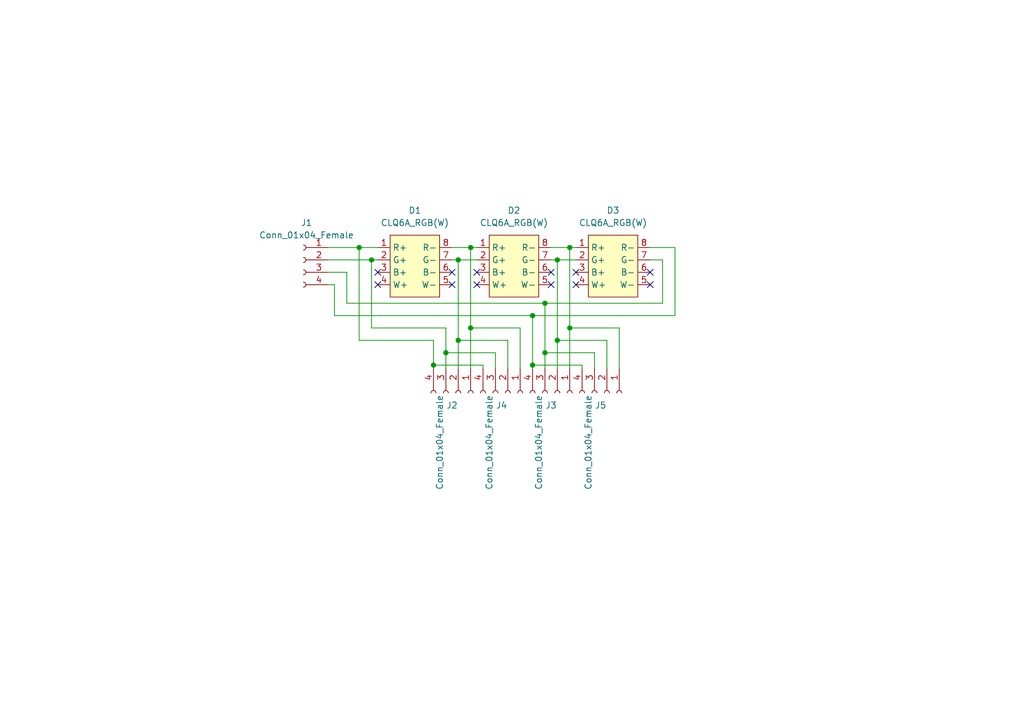
<source format=kicad_sch>
(kicad_sch (version 20250114) (generator "eeschema") (generator_version "9.0")
  (paper "A5")
  (title_block (title "TS Active Light") (date "2023-05-02") (rev "V1") (comment 1 "Karlsson Winkels"))
  (lib_symbols
    (symbol "Connector:Conn_01x04_Female" (pin_names (offset 1.016) (hide yes))
      (property "Reference" "J" (at 0 5.08 0))
      (property "Value" "Conn_01x04_Female" (at 0 -7.62 0))
      (symbol "Conn_01x04_Female_1_1"
        (polyline (pts (xy -1.27 2.54) (xy -0.508 2.54)) (stroke (width 0.1524)))
        (polyline (pts (xy -1.27 0) (xy -0.508 0)) (stroke (width 0.1524)))
        (polyline (pts (xy -1.27 -2.54) (xy -0.508 -2.54)) (stroke (width 0.1524)))
        (polyline (pts (xy -1.27 -5.08) (xy -0.508 -5.08)) (stroke (width 0.1524)))
        (arc (start 0 2.032) (mid -0.5058 2.54) (end 0 3.048) (stroke (width 0.1524)))
        (arc (start 0 -0.508) (mid -0.5058 0) (end 0 0.508) (stroke (width 0.1524)))
        (arc (start 0 -3.048) (mid -0.5058 -2.54) (end 0 -2.032) (stroke (width 0.1524)))
        (arc (start 0 -5.588) (mid -0.5058 -5.08) (end 0 -4.572) (stroke (width 0.1524)))
        (pin passive line (at -5.08 2.54 0) (length 3.81) (name "Pin_1") (number "1"))
        (pin passive line (at -5.08 0 0) (length 3.81) (name "Pin_2") (number "2"))
        (pin passive line (at -5.08 -2.54 0) (length 3.81) (name "Pin_3") (number "3"))
        (pin passive line (at -5.08 -5.08 0) (length 3.81) (name "Pin_4") (number "4"))
      )
    )
    (symbol "FaSTTUBe_LEDs:CLQ6A_RGB(W)"
      (property "Reference" "D?" (at 0 10.16 0))
      (property "Value" "CLQ6A_RGB(W)" (at 0 7.62 0))
      (symbol "CLQ6A_RGB(W)_0_1"
        (rectangle (start -5.08 6.35) (end 5.08 -6.35) (fill (type background)))
      )
      (symbol "CLQ6A_RGB(W)_1_1"
        (pin power_in line (at -7.62 3.81 0) (length 2.54) (name "R+") (number "1"))
        (pin power_in line (at -7.62 1.27 0) (length 2.54) (name "G+") (number "2"))
        (pin power_in line (at -7.62 -1.27 0) (length 2.54) (name "B+") (number "3"))
        (pin power_in line (at -7.62 -3.81 0) (length 2.54) (name "W+") (number "4"))
        (pin power_in line (at 7.62 3.81 180) (length 2.54) (name "R-") (number "8"))
        (pin power_in line (at 7.62 1.27 180) (length 2.54) (name "G-") (number "7"))
        (pin power_in line (at 7.62 -1.27 180) (length 2.54) (name "B-") (number "6"))
        (pin power_in line (at 7.62 -3.81 180) (length 2.54) (name "W-") (number "5"))
      )
    )
  )
  (junction (at 116.84 67.31))
  (junction (at 96.52 50.8))
  (junction (at 114.3 53.34))
  (junction (at 111.76 72.39))
  (junction (at 73.66 50.8))
  (junction (at 88.9 74.93))
  (junction (at 109.22 74.93))
  (junction (at 109.22 64.77))
  (junction (at 96.52 67.31))
  (junction (at 93.98 53.34))
  (junction (at 93.98 69.85))
  (junction (at 76.2 53.34))
  (junction (at 111.76 62.23))
  (junction (at 114.3 69.85))
  (junction (at 116.84 50.8))
  (junction (at 91.44 72.39))
  (no_connect (at 77.47 55.88))
  (no_connect (at 113.03 58.42))
  (no_connect (at 118.11 55.88))
  (no_connect (at 92.71 55.88))
  (no_connect (at 77.47 58.42))
  (no_connect (at 92.71 58.42))
  (no_connect (at 97.79 55.88))
  (no_connect (at 113.03 55.88))
  (no_connect (at 133.35 58.42))
  (no_connect (at 133.35 55.88))
  (no_connect (at 97.79 58.42))
  (no_connect (at 118.11 58.42))
  (wire (pts (xy 113.03 53.34) (xy 114.3 53.34)))
  (wire (pts (xy 127 75.565) (xy 127 67.31)))
  (wire (pts (xy 76.2 53.34) (xy 77.47 53.34)))
  (wire (pts (xy 133.35 53.34) (xy 135.89 53.34)))
  (wire (pts (xy 104.14 69.85) (xy 93.98 69.85)))
  (wire (pts (xy 68.58 58.42) (xy 67.31 58.42)))
  (wire (pts (xy 114.3 53.34) (xy 114.3 69.85)))
  (wire (pts (xy 119.38 75.565) (xy 119.38 74.93)))
  (wire (pts (xy 109.22 64.77) (xy 109.22 74.93)))
  (wire (pts (xy 113.03 50.8) (xy 116.84 50.8)))
  (wire (pts (xy 106.68 67.31) (xy 96.52 67.31)))
  (wire (pts (xy 96.52 67.31) (xy 96.52 75.565)))
  (wire (pts (xy 92.71 53.34) (xy 93.98 53.34)))
  (wire (pts (xy 133.35 50.8) (xy 138.43 50.8)))
  (wire (pts (xy 73.66 50.8) (xy 73.66 69.85)))
  (wire (pts (xy 119.38 74.93) (xy 109.22 74.93)))
  (wire (pts (xy 96.52 50.8) (xy 96.52 67.31)))
  (wire (pts (xy 92.71 50.8) (xy 96.52 50.8)))
  (wire (pts (xy 73.66 50.8) (xy 77.47 50.8)))
  (wire (pts (xy 121.92 75.565) (xy 121.92 72.39)))
  (wire (pts (xy 124.46 69.85) (xy 114.3 69.85)))
  (wire (pts (xy 116.84 50.8) (xy 118.11 50.8)))
  (wire (pts (xy 135.89 53.34) (xy 135.89 62.23)))
  (wire (pts (xy 138.43 50.8) (xy 138.43 64.77)))
  (wire (pts (xy 93.98 69.85) (xy 93.98 75.565)))
  (wire (pts (xy 121.92 72.39) (xy 111.76 72.39)))
  (wire (pts (xy 88.9 74.93) (xy 88.9 75.565)))
  (wire (pts (xy 99.06 74.93) (xy 88.9 74.93)))
  (wire (pts (xy 111.76 72.39) (xy 111.76 75.565)))
  (wire (pts (xy 116.84 50.8) (xy 116.84 67.31)))
  (wire (pts (xy 91.44 72.39) (xy 91.44 75.565)))
  (wire (pts (xy 71.12 62.23) (xy 111.76 62.23)))
  (wire (pts (xy 99.06 75.565) (xy 99.06 74.93)))
  (wire (pts (xy 93.98 53.34) (xy 97.79 53.34)))
  (wire (pts (xy 124.46 75.565) (xy 124.46 69.85)))
  (wire (pts (xy 91.44 67.31) (xy 91.44 72.39)))
  (wire (pts (xy 68.58 58.42) (xy 68.58 64.77)))
  (wire (pts (xy 76.2 53.34) (xy 76.2 67.31)))
  (wire (pts (xy 111.76 62.23) (xy 135.89 62.23)))
  (wire (pts (xy 111.76 62.23) (xy 111.76 72.39)))
  (wire (pts (xy 67.31 50.8) (xy 73.66 50.8)))
  (wire (pts (xy 127 67.31) (xy 116.84 67.31)))
  (wire (pts (xy 101.6 75.565) (xy 101.6 72.39)))
  (wire (pts (xy 114.3 69.85) (xy 114.3 75.565)))
  (wire (pts (xy 76.2 67.31) (xy 91.44 67.31)))
  (wire (pts (xy 101.6 72.39) (xy 91.44 72.39)))
  (wire (pts (xy 109.22 74.93) (xy 109.22 75.565)))
  (wire (pts (xy 71.12 55.88) (xy 71.12 62.23)))
  (wire (pts (xy 93.98 53.34) (xy 93.98 69.85)))
  (wire (pts (xy 88.9 69.85) (xy 88.9 74.93)))
  (wire (pts (xy 73.66 69.85) (xy 88.9 69.85)))
  (wire (pts (xy 116.84 67.31) (xy 116.84 75.565)))
  (wire (pts (xy 106.68 75.565) (xy 106.68 67.31)))
  (wire (pts (xy 109.22 64.77) (xy 138.43 64.77)))
  (wire (pts (xy 96.52 50.8) (xy 97.79 50.8)))
  (wire (pts (xy 68.58 64.77) (xy 109.22 64.77)))
  (wire (pts (xy 104.14 75.565) (xy 104.14 69.85)))
  (wire (pts (xy 114.3 53.34) (xy 118.11 53.34)))
  (wire (pts (xy 67.31 53.34) (xy 76.2 53.34)))
  (wire (pts (xy 67.31 55.88) (xy 71.12 55.88)))
  (symbol (lib_id "Connector:Conn_01x04_Female") (at 114.3 80.645 270) (unit 1)
    (property "Reference" "J3" (at 113.03 83.185 90))
    (property "Value" "Conn_01x04_Female" (at 110.49 90.805 0))
    (property "Footprint" "Connector_PinHeader_1.27mm:PinHeader_1x04_P1.27mm_Vertical" (effects (hide yes)))
  )
  (symbol (lib_id "Connector:Conn_01x04_Female") (at 62.23 53.34 0) (mirror y) (unit 1)
    (property "Reference" "J1" (at 62.865 45.72 0))
    (property "Value" "Conn_01x04_Female" (at 62.865 48.26 0))
    (property "Footprint" "Connector_PinHeader_1.27mm:PinHeader_1x04_P1.27mm_Vertical" (effects (hide yes)))
  )
  (symbol (lib_id "FaSTTUBe_LEDs:CLQ6A_RGB(W)") (at 125.73 54.61 0) (unit 1)
    (property "Reference" "D3" (at 125.73 43.18 0))
    (property "Value" "CLQ6A_RGB(W)" (at 125.73 45.72 0))
    (property "Footprint" "FaSTTUBe_LEDs:PLCC8" (effects (hide yes)))
  )
  (symbol (lib_id "Connector:Conn_01x04_Female") (at 104.14 80.645 270) (unit 1)
    (property "Reference" "J4" (at 102.87 83.185 90))
    (property "Value" "Conn_01x04_Female" (at 100.33 90.805 0))
    (property "Footprint" "Connector_PinHeader_1.27mm:PinHeader_1x04_P1.27mm_Vertical" (effects (hide yes)))
  )
  (symbol (lib_id "FaSTTUBe_LEDs:CLQ6A_RGB(W)") (at 105.41 54.61 0) (unit 1)
    (property "Reference" "D2" (at 105.41 43.18 0))
    (property "Value" "CLQ6A_RGB(W)" (at 105.41 45.72 0))
    (property "Footprint" "FaSTTUBe_LEDs:PLCC8" (effects (hide yes)))
  )
  (symbol (lib_id "Connector:Conn_01x04_Female") (at 93.98 80.645 270) (unit 1)
    (property "Reference" "J2" (at 92.71 83.185 90))
    (property "Value" "Conn_01x04_Female" (at 90.17 90.805 0))
    (property "Footprint" "Connector_PinHeader_1.27mm:PinHeader_1x04_P1.27mm_Vertical" (effects (hide yes)))
  )
  (symbol (lib_id "FaSTTUBe_LEDs:CLQ6A_RGB(W)") (at 85.09 54.61 0) (unit 1)
    (property "Reference" "D1" (at 85.09 43.18 0))
    (property "Value" "CLQ6A_RGB(W)" (at 85.09 45.72 0))
    (property "Footprint" "FaSTTUBe_LEDs:PLCC8" (effects (hide yes)))
  )
  (symbol (lib_id "Connector:Conn_01x04_Female") (at 124.46 80.645 270) (unit 1)
    (property "Reference" "J5" (at 123.19 83.185 90))
    (property "Value" "Conn_01x04_Female" (at 120.65 90.805 0))
    (property "Footprint" "Connector_PinHeader_1.27mm:PinHeader_1x04_P1.27mm_Vertical" (effects (hide yes)))
  )
)
</source>
